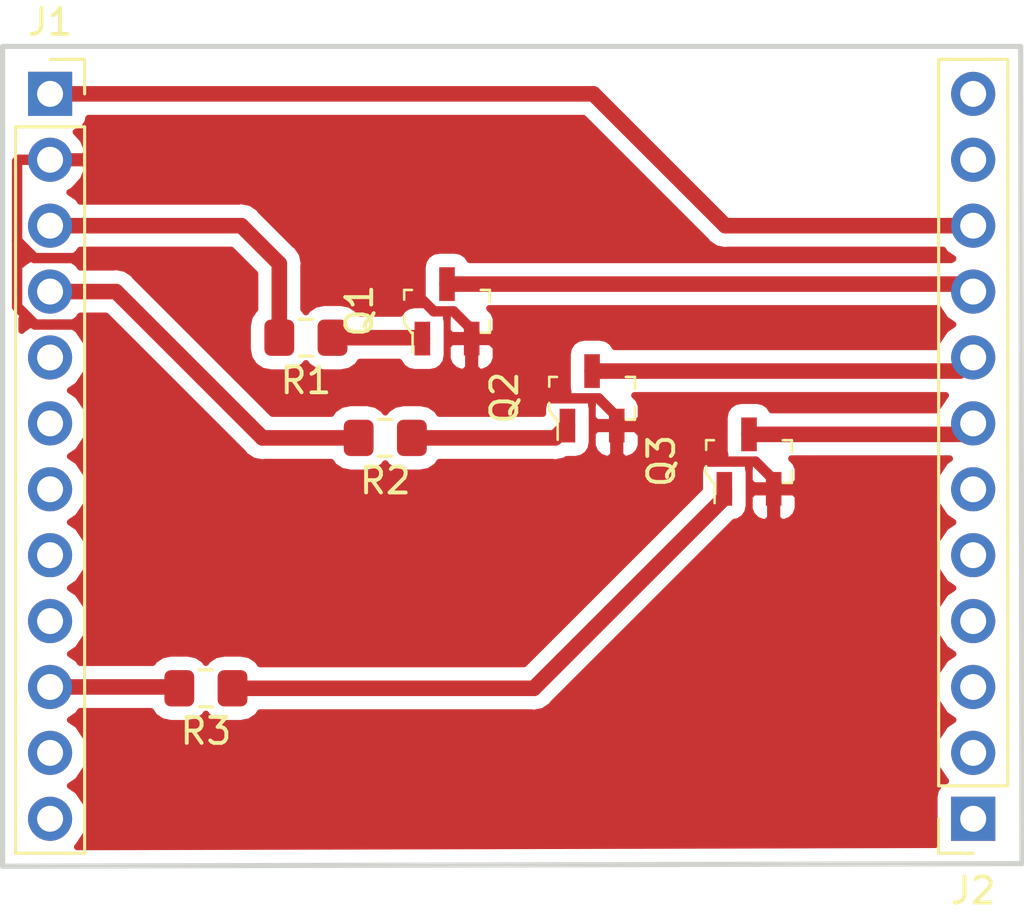
<source format=kicad_pcb>
(kicad_pcb (version 20171130) (host pcbnew "(5.0.2)-1")

  (general
    (thickness 1.6)
    (drawings 5)
    (tracks 47)
    (zones 0)
    (modules 8)
    (nets 27)
  )

  (page A4)
  (layers
    (0 F.Cu signal)
    (31 B.Cu signal)
    (32 B.Adhes user)
    (33 F.Adhes user)
    (34 B.Paste user)
    (35 F.Paste user)
    (36 B.SilkS user)
    (37 F.SilkS user)
    (38 B.Mask user)
    (39 F.Mask user)
    (40 Dwgs.User user)
    (41 Cmts.User user)
    (42 Eco1.User user)
    (43 Eco2.User user)
    (44 Edge.Cuts user)
    (45 Margin user)
    (46 B.CrtYd user)
    (47 F.CrtYd user)
    (48 B.Fab user hide)
    (49 F.Fab user hide)
  )

  (setup
    (last_trace_width 0.6)
    (trace_clearance 0.2)
    (zone_clearance 0.508)
    (zone_45_only no)
    (trace_min 0.2)
    (segment_width 0.2)
    (edge_width 0.15)
    (via_size 0.8)
    (via_drill 0.4)
    (via_min_size 0.4)
    (via_min_drill 0.3)
    (uvia_size 0.3)
    (uvia_drill 0.1)
    (uvias_allowed no)
    (uvia_min_size 0.2)
    (uvia_min_drill 0.1)
    (pcb_text_width 0.3)
    (pcb_text_size 1.5 1.5)
    (mod_edge_width 0.15)
    (mod_text_size 1 1)
    (mod_text_width 0.15)
    (pad_size 1.524 1.524)
    (pad_drill 0.762)
    (pad_to_mask_clearance 0.051)
    (solder_mask_min_width 0.25)
    (aux_axis_origin 127.8636 80.5688)
    (visible_elements FFFFFF7F)
    (pcbplotparams
      (layerselection 0x010fc_ffffffff)
      (usegerberextensions false)
      (usegerberattributes false)
      (usegerberadvancedattributes false)
      (creategerberjobfile false)
      (excludeedgelayer true)
      (linewidth 0.100000)
      (plotframeref false)
      (viasonmask false)
      (mode 1)
      (useauxorigin false)
      (hpglpennumber 1)
      (hpglpenspeed 20)
      (hpglpendiameter 15.000000)
      (psnegative false)
      (psa4output false)
      (plotreference true)
      (plotvalue true)
      (plotinvisibletext false)
      (padsonsilk false)
      (subtractmaskfromsilk false)
      (outputformat 1)
      (mirror false)
      (drillshape 1)
      (scaleselection 1)
      (outputdirectory ""))
  )

  (net 0 "")
  (net 1 "Net-(J2-Pad9)")
  (net 2 GND)
  (net 3 "Net-(Q1-Pad1)")
  (net 4 "Net-(Q2-Pad1)")
  (net 5 "Net-(J2-Pad8)")
  (net 6 "Net-(J2-Pad7)")
  (net 7 "Net-(Q3-Pad1)")
  (net 8 step)
  (net 9 DIR)
  (net 10 ENA)
  (net 11 VCC)
  (net 12 "Net-(J1-Pad5)")
  (net 13 "Net-(J1-Pad6)")
  (net 14 "Net-(J1-Pad7)")
  (net 15 "Net-(J1-Pad8)")
  (net 16 "Net-(J1-Pad9)")
  (net 17 "Net-(J1-Pad11)")
  (net 18 "Net-(J1-Pad12)")
  (net 19 "Net-(J2-Pad12)")
  (net 20 "Net-(J2-Pad11)")
  (net 21 "Net-(J2-Pad6)")
  (net 22 "Net-(J2-Pad5)")
  (net 23 "Net-(J2-Pad4)")
  (net 24 "Net-(J2-Pad3)")
  (net 25 "Net-(J2-Pad2)")
  (net 26 "Net-(J2-Pad1)")

  (net_class Default "This is the default net class."
    (clearance 0.2)
    (trace_width 0.6)
    (via_dia 0.8)
    (via_drill 0.4)
    (uvia_dia 0.3)
    (uvia_drill 0.1)
    (add_net DIR)
    (add_net ENA)
    (add_net GND)
    (add_net "Net-(J1-Pad11)")
    (add_net "Net-(J1-Pad12)")
    (add_net "Net-(J1-Pad5)")
    (add_net "Net-(J1-Pad6)")
    (add_net "Net-(J1-Pad7)")
    (add_net "Net-(J1-Pad8)")
    (add_net "Net-(J1-Pad9)")
    (add_net "Net-(J2-Pad1)")
    (add_net "Net-(J2-Pad11)")
    (add_net "Net-(J2-Pad12)")
    (add_net "Net-(J2-Pad2)")
    (add_net "Net-(J2-Pad3)")
    (add_net "Net-(J2-Pad4)")
    (add_net "Net-(J2-Pad5)")
    (add_net "Net-(J2-Pad6)")
    (add_net "Net-(J2-Pad7)")
    (add_net "Net-(J2-Pad8)")
    (add_net "Net-(J2-Pad9)")
    (add_net "Net-(Q1-Pad1)")
    (add_net "Net-(Q2-Pad1)")
    (add_net "Net-(Q3-Pad1)")
    (add_net VCC)
    (add_net step)
  )

  (module Connector_PinSocket_2.54mm:PinSocket_1x12_P2.54mm_Vertical (layer F.Cu) (tedit 5A19A41D) (tstamp 5C716FA2)
    (at 165.3032 78.6892 180)
    (descr "Through hole straight socket strip, 1x12, 2.54mm pitch, single row (from Kicad 4.0.7), script generated")
    (tags "Through hole socket strip THT 1x12 2.54mm single row")
    (path /5C6462EF)
    (fp_text reference J2 (at 0 -2.77 180) (layer F.SilkS)
      (effects (font (size 1 1) (thickness 0.15)))
    )
    (fp_text value PiggybackOUT (at 0 30.71 180) (layer F.Fab)
      (effects (font (size 1 1) (thickness 0.15)))
    )
    (fp_text user %R (at 0 13.97 270) (layer F.Fab)
      (effects (font (size 1 1) (thickness 0.15)))
    )
    (fp_line (start -1.8 29.7) (end -1.8 -1.8) (layer F.CrtYd) (width 0.05))
    (fp_line (start 1.75 29.7) (end -1.8 29.7) (layer F.CrtYd) (width 0.05))
    (fp_line (start 1.75 -1.8) (end 1.75 29.7) (layer F.CrtYd) (width 0.05))
    (fp_line (start -1.8 -1.8) (end 1.75 -1.8) (layer F.CrtYd) (width 0.05))
    (fp_line (start 0 -1.33) (end 1.33 -1.33) (layer F.SilkS) (width 0.12))
    (fp_line (start 1.33 -1.33) (end 1.33 0) (layer F.SilkS) (width 0.12))
    (fp_line (start 1.33 1.27) (end 1.33 29.27) (layer F.SilkS) (width 0.12))
    (fp_line (start -1.33 29.27) (end 1.33 29.27) (layer F.SilkS) (width 0.12))
    (fp_line (start -1.33 1.27) (end -1.33 29.27) (layer F.SilkS) (width 0.12))
    (fp_line (start -1.33 1.27) (end 1.33 1.27) (layer F.SilkS) (width 0.12))
    (fp_line (start -1.27 29.21) (end -1.27 -1.27) (layer F.Fab) (width 0.1))
    (fp_line (start 1.27 29.21) (end -1.27 29.21) (layer F.Fab) (width 0.1))
    (fp_line (start 1.27 -0.635) (end 1.27 29.21) (layer F.Fab) (width 0.1))
    (fp_line (start 0.635 -1.27) (end 1.27 -0.635) (layer F.Fab) (width 0.1))
    (fp_line (start -1.27 -1.27) (end 0.635 -1.27) (layer F.Fab) (width 0.1))
    (pad 12 thru_hole oval (at 0 27.94 180) (size 1.7 1.7) (drill 1) (layers *.Cu *.Mask)
      (net 19 "Net-(J2-Pad12)"))
    (pad 11 thru_hole oval (at 0 25.4 180) (size 1.7 1.7) (drill 1) (layers *.Cu *.Mask)
      (net 20 "Net-(J2-Pad11)"))
    (pad 10 thru_hole oval (at 0 22.86 180) (size 1.7 1.7) (drill 1) (layers *.Cu *.Mask)
      (net 11 VCC))
    (pad 9 thru_hole oval (at 0 20.32 180) (size 1.7 1.7) (drill 1) (layers *.Cu *.Mask)
      (net 1 "Net-(J2-Pad9)"))
    (pad 8 thru_hole oval (at 0 17.78 180) (size 1.7 1.7) (drill 1) (layers *.Cu *.Mask)
      (net 5 "Net-(J2-Pad8)"))
    (pad 7 thru_hole oval (at 0 15.24 180) (size 1.7 1.7) (drill 1) (layers *.Cu *.Mask)
      (net 6 "Net-(J2-Pad7)"))
    (pad 6 thru_hole oval (at 0 12.7 180) (size 1.7 1.7) (drill 1) (layers *.Cu *.Mask)
      (net 21 "Net-(J2-Pad6)"))
    (pad 5 thru_hole oval (at 0 10.16 180) (size 1.7 1.7) (drill 1) (layers *.Cu *.Mask)
      (net 22 "Net-(J2-Pad5)"))
    (pad 4 thru_hole oval (at 0 7.62 180) (size 1.7 1.7) (drill 1) (layers *.Cu *.Mask)
      (net 23 "Net-(J2-Pad4)"))
    (pad 3 thru_hole oval (at 0 5.08 180) (size 1.7 1.7) (drill 1) (layers *.Cu *.Mask)
      (net 24 "Net-(J2-Pad3)"))
    (pad 2 thru_hole oval (at 0 2.54 180) (size 1.7 1.7) (drill 1) (layers *.Cu *.Mask)
      (net 25 "Net-(J2-Pad2)"))
    (pad 1 thru_hole rect (at 0 0 180) (size 1.7 1.7) (drill 1) (layers *.Cu *.Mask)
      (net 26 "Net-(J2-Pad1)"))
    (model ${KISYS3DMOD}/Connector_PinSocket_2.54mm.3dshapes/PinSocket_1x12_P2.54mm_Vertical.wrl
      (at (xyz 0 0 0))
      (scale (xyz 1 1 1))
      (rotate (xyz 0 0 0))
    )
  )

  (module Connector_PinSocket_2.54mm:PinSocket_1x12_P2.54mm_Vertical locked (layer F.Cu) (tedit 5A19A41D) (tstamp 5C716F82)
    (at 129.7432 50.7492)
    (descr "Through hole straight socket strip, 1x12, 2.54mm pitch, single row (from Kicad 4.0.7), script generated")
    (tags "Through hole socket strip THT 1x12 2.54mm single row")
    (path /5C64628F)
    (fp_text reference J1 (at 0 -2.77) (layer F.SilkS)
      (effects (font (size 1 1) (thickness 0.15)))
    )
    (fp_text value PiggybackIN (at 0 30.71) (layer F.Fab)
      (effects (font (size 1 1) (thickness 0.15)))
    )
    (fp_line (start -1.27 -1.27) (end 0.635 -1.27) (layer F.Fab) (width 0.1))
    (fp_line (start 0.635 -1.27) (end 1.27 -0.635) (layer F.Fab) (width 0.1))
    (fp_line (start 1.27 -0.635) (end 1.27 29.21) (layer F.Fab) (width 0.1))
    (fp_line (start 1.27 29.21) (end -1.27 29.21) (layer F.Fab) (width 0.1))
    (fp_line (start -1.27 29.21) (end -1.27 -1.27) (layer F.Fab) (width 0.1))
    (fp_line (start -1.33 1.27) (end 1.33 1.27) (layer F.SilkS) (width 0.12))
    (fp_line (start -1.33 1.27) (end -1.33 29.27) (layer F.SilkS) (width 0.12))
    (fp_line (start -1.33 29.27) (end 1.33 29.27) (layer F.SilkS) (width 0.12))
    (fp_line (start 1.33 1.27) (end 1.33 29.27) (layer F.SilkS) (width 0.12))
    (fp_line (start 1.33 -1.33) (end 1.33 0) (layer F.SilkS) (width 0.12))
    (fp_line (start 0 -1.33) (end 1.33 -1.33) (layer F.SilkS) (width 0.12))
    (fp_line (start -1.8 -1.8) (end 1.75 -1.8) (layer F.CrtYd) (width 0.05))
    (fp_line (start 1.75 -1.8) (end 1.75 29.7) (layer F.CrtYd) (width 0.05))
    (fp_line (start 1.75 29.7) (end -1.8 29.7) (layer F.CrtYd) (width 0.05))
    (fp_line (start -1.8 29.7) (end -1.8 -1.8) (layer F.CrtYd) (width 0.05))
    (fp_text user %R (at 0 13.97 90) (layer F.Fab)
      (effects (font (size 1 1) (thickness 0.15)))
    )
    (pad 1 thru_hole rect (at 0 0) (size 1.7 1.7) (drill 1) (layers *.Cu *.Mask)
      (net 11 VCC))
    (pad 2 thru_hole oval (at 0 2.54) (size 1.7 1.7) (drill 1) (layers *.Cu *.Mask)
      (net 2 GND))
    (pad 3 thru_hole oval (at 0 5.08) (size 1.7 1.7) (drill 1) (layers *.Cu *.Mask)
      (net 8 step))
    (pad 4 thru_hole oval (at 0 7.62) (size 1.7 1.7) (drill 1) (layers *.Cu *.Mask)
      (net 9 DIR))
    (pad 5 thru_hole oval (at 0 10.16) (size 1.7 1.7) (drill 1) (layers *.Cu *.Mask)
      (net 12 "Net-(J1-Pad5)"))
    (pad 6 thru_hole oval (at 0 12.7) (size 1.7 1.7) (drill 1) (layers *.Cu *.Mask)
      (net 13 "Net-(J1-Pad6)"))
    (pad 7 thru_hole oval (at 0 15.24) (size 1.7 1.7) (drill 1) (layers *.Cu *.Mask)
      (net 14 "Net-(J1-Pad7)"))
    (pad 8 thru_hole oval (at 0 17.78) (size 1.7 1.7) (drill 1) (layers *.Cu *.Mask)
      (net 15 "Net-(J1-Pad8)"))
    (pad 9 thru_hole oval (at 0 20.32) (size 1.7 1.7) (drill 1) (layers *.Cu *.Mask)
      (net 16 "Net-(J1-Pad9)"))
    (pad 10 thru_hole oval (at 0 22.86) (size 1.7 1.7) (drill 1) (layers *.Cu *.Mask)
      (net 10 ENA))
    (pad 11 thru_hole oval (at 0 25.4) (size 1.7 1.7) (drill 1) (layers *.Cu *.Mask)
      (net 17 "Net-(J1-Pad11)"))
    (pad 12 thru_hole oval (at 0 27.94) (size 1.7 1.7) (drill 1) (layers *.Cu *.Mask)
      (net 18 "Net-(J1-Pad12)"))
    (model ${KISYS3DMOD}/Connector_PinSocket_2.54mm.3dshapes/PinSocket_1x12_P2.54mm_Vertical.wrl
      (at (xyz 0 0 0))
      (scale (xyz 1 1 1))
      (rotate (xyz 0 0 0))
    )
  )

  (module Resistor_SMD:R_0805_2012Metric_Pad1.15x1.40mm_HandSolder (layer F.Cu) (tedit 5B36C52B) (tstamp 5C716F62)
    (at 135.7466 73.66 180)
    (descr "Resistor SMD 0805 (2012 Metric), square (rectangular) end terminal, IPC_7351 nominal with elongated pad for handsoldering. (Body size source: https://docs.google.com/spreadsheets/d/1BsfQQcO9C6DZCsRaXUlFlo91Tg2WpOkGARC1WS5S8t0/edit?usp=sharing), generated with kicad-footprint-generator")
    (tags "resistor handsolder")
    (path /5C646EAF)
    (attr smd)
    (fp_text reference R3 (at 0 -1.65 180) (layer F.SilkS)
      (effects (font (size 1 1) (thickness 0.15)))
    )
    (fp_text value R (at 0 1.65 180) (layer F.Fab)
      (effects (font (size 1 1) (thickness 0.15)))
    )
    (fp_line (start -1 0.6) (end -1 -0.6) (layer F.Fab) (width 0.1))
    (fp_line (start -1 -0.6) (end 1 -0.6) (layer F.Fab) (width 0.1))
    (fp_line (start 1 -0.6) (end 1 0.6) (layer F.Fab) (width 0.1))
    (fp_line (start 1 0.6) (end -1 0.6) (layer F.Fab) (width 0.1))
    (fp_line (start -0.261252 -0.71) (end 0.261252 -0.71) (layer F.SilkS) (width 0.12))
    (fp_line (start -0.261252 0.71) (end 0.261252 0.71) (layer F.SilkS) (width 0.12))
    (fp_line (start -1.85 0.95) (end -1.85 -0.95) (layer F.CrtYd) (width 0.05))
    (fp_line (start -1.85 -0.95) (end 1.85 -0.95) (layer F.CrtYd) (width 0.05))
    (fp_line (start 1.85 -0.95) (end 1.85 0.95) (layer F.CrtYd) (width 0.05))
    (fp_line (start 1.85 0.95) (end -1.85 0.95) (layer F.CrtYd) (width 0.05))
    (fp_text user %R (at 0 0 180) (layer F.Fab)
      (effects (font (size 0.5 0.5) (thickness 0.08)))
    )
    (pad 1 smd roundrect (at -1.025 0 180) (size 1.15 1.4) (layers F.Cu F.Paste F.Mask) (roundrect_rratio 0.217391)
      (net 7 "Net-(Q3-Pad1)"))
    (pad 2 smd roundrect (at 1.025 0 180) (size 1.15 1.4) (layers F.Cu F.Paste F.Mask) (roundrect_rratio 0.217391)
      (net 10 ENA))
    (model ${KISYS3DMOD}/Resistor_SMD.3dshapes/R_0805_2012Metric.wrl
      (at (xyz 0 0 0))
      (scale (xyz 1 1 1))
      (rotate (xyz 0 0 0))
    )
  )

  (module Resistor_SMD:R_0805_2012Metric_Pad1.15x1.40mm_HandSolder (layer F.Cu) (tedit 5B36C52B) (tstamp 5C716F51)
    (at 142.6554 64.008 180)
    (descr "Resistor SMD 0805 (2012 Metric), square (rectangular) end terminal, IPC_7351 nominal with elongated pad for handsoldering. (Body size source: https://docs.google.com/spreadsheets/d/1BsfQQcO9C6DZCsRaXUlFlo91Tg2WpOkGARC1WS5S8t0/edit?usp=sharing), generated with kicad-footprint-generator")
    (tags "resistor handsolder")
    (path /5C647136)
    (attr smd)
    (fp_text reference R2 (at 0 -1.65 180) (layer F.SilkS)
      (effects (font (size 1 1) (thickness 0.15)))
    )
    (fp_text value R (at 0 1.65 180) (layer F.Fab)
      (effects (font (size 1 1) (thickness 0.15)))
    )
    (fp_text user %R (at 0 -0.060601 180) (layer F.Fab)
      (effects (font (size 0.5 0.5) (thickness 0.08)))
    )
    (fp_line (start 1.85 0.95) (end -1.85 0.95) (layer F.CrtYd) (width 0.05))
    (fp_line (start 1.85 -0.95) (end 1.85 0.95) (layer F.CrtYd) (width 0.05))
    (fp_line (start -1.85 -0.95) (end 1.85 -0.95) (layer F.CrtYd) (width 0.05))
    (fp_line (start -1.85 0.95) (end -1.85 -0.95) (layer F.CrtYd) (width 0.05))
    (fp_line (start -0.261252 0.71) (end 0.261252 0.71) (layer F.SilkS) (width 0.12))
    (fp_line (start -0.261252 -0.71) (end 0.261252 -0.71) (layer F.SilkS) (width 0.12))
    (fp_line (start 1 0.6) (end -1 0.6) (layer F.Fab) (width 0.1))
    (fp_line (start 1 -0.6) (end 1 0.6) (layer F.Fab) (width 0.1))
    (fp_line (start -1 -0.6) (end 1 -0.6) (layer F.Fab) (width 0.1))
    (fp_line (start -1 0.6) (end -1 -0.6) (layer F.Fab) (width 0.1))
    (pad 2 smd roundrect (at 1.025 0 180) (size 1.15 1.4) (layers F.Cu F.Paste F.Mask) (roundrect_rratio 0.217391)
      (net 9 DIR))
    (pad 1 smd roundrect (at -1.025 0 180) (size 1.15 1.4) (layers F.Cu F.Paste F.Mask) (roundrect_rratio 0.217391)
      (net 4 "Net-(Q2-Pad1)"))
    (model ${KISYS3DMOD}/Resistor_SMD.3dshapes/R_0805_2012Metric.wrl
      (at (xyz 0 0 0))
      (scale (xyz 1 1 1))
      (rotate (xyz 0 0 0))
    )
  )

  (module Resistor_SMD:R_0805_2012Metric_Pad1.15x1.40mm_HandSolder (layer F.Cu) (tedit 5B36C52B) (tstamp 5C716F40)
    (at 139.5984 60.1472 180)
    (descr "Resistor SMD 0805 (2012 Metric), square (rectangular) end terminal, IPC_7351 nominal with elongated pad for handsoldering. (Body size source: https://docs.google.com/spreadsheets/d/1BsfQQcO9C6DZCsRaXUlFlo91Tg2WpOkGARC1WS5S8t0/edit?usp=sharing), generated with kicad-footprint-generator")
    (tags "resistor handsolder")
    (path /5C6471C2)
    (attr smd)
    (fp_text reference R1 (at 0 -1.65 180) (layer F.SilkS)
      (effects (font (size 1 1) (thickness 0.15)))
    )
    (fp_text value R (at 0 1.65 180) (layer F.Fab)
      (effects (font (size 1 1) (thickness 0.15)))
    )
    (fp_line (start -1 0.6) (end -1 -0.6) (layer F.Fab) (width 0.1))
    (fp_line (start -1 -0.6) (end 1 -0.6) (layer F.Fab) (width 0.1))
    (fp_line (start 1 -0.6) (end 1 0.6) (layer F.Fab) (width 0.1))
    (fp_line (start 1 0.6) (end -1 0.6) (layer F.Fab) (width 0.1))
    (fp_line (start -0.261252 -0.71) (end 0.261252 -0.71) (layer F.SilkS) (width 0.12))
    (fp_line (start -0.261252 0.71) (end 0.261252 0.71) (layer F.SilkS) (width 0.12))
    (fp_line (start -1.85 0.95) (end -1.85 -0.95) (layer F.CrtYd) (width 0.05))
    (fp_line (start -1.85 -0.95) (end 1.85 -0.95) (layer F.CrtYd) (width 0.05))
    (fp_line (start 1.85 -0.95) (end 1.85 0.95) (layer F.CrtYd) (width 0.05))
    (fp_line (start 1.85 0.95) (end -1.85 0.95) (layer F.CrtYd) (width 0.05))
    (fp_text user %R (at -6.001801 -1.737001 180) (layer F.Fab)
      (effects (font (size 0.5 0.5) (thickness 0.08)))
    )
    (pad 1 smd roundrect (at -1.025 0 180) (size 1.15 1.4) (layers F.Cu F.Paste F.Mask) (roundrect_rratio 0.217391)
      (net 3 "Net-(Q1-Pad1)"))
    (pad 2 smd roundrect (at 1.025 0 180) (size 1.15 1.4) (layers F.Cu F.Paste F.Mask) (roundrect_rratio 0.217391)
      (net 8 step))
    (model ${KISYS3DMOD}/Resistor_SMD.3dshapes/R_0805_2012Metric.wrl
      (at (xyz 0 0 0))
      (scale (xyz 1 1 1))
      (rotate (xyz 0 0 0))
    )
  )

  (module digikey-footprints:SOT-23-3 (layer F.Cu) (tedit 59D275F3) (tstamp 5C716F2F)
    (at 156.6672 64.9224 90)
    (path /5C646072)
    (fp_text reference Q3 (at 0.025 -3.375 90) (layer F.SilkS)
      (effects (font (size 1 1) (thickness 0.15)))
    )
    (fp_text value BSS138 (at 0.025 3.25 90) (layer F.Fab)
      (effects (font (size 1 1) (thickness 0.15)))
    )
    (fp_line (start -1.825 -1.95) (end 1.825 -1.95) (layer F.CrtYd) (width 0.05))
    (fp_line (start -1.825 -1.95) (end -1.825 1.95) (layer F.CrtYd) (width 0.05))
    (fp_line (start 1.825 1.95) (end -1.825 1.95) (layer F.CrtYd) (width 0.05))
    (fp_line (start 1.825 -1.95) (end 1.825 1.95) (layer F.CrtYd) (width 0.05))
    (fp_line (start -0.175 -1.65) (end -0.45 -1.65) (layer F.SilkS) (width 0.1))
    (fp_line (start -0.45 -1.65) (end -0.825 -1.375) (layer F.SilkS) (width 0.1))
    (fp_line (start -0.825 -1.375) (end -0.825 -1.325) (layer F.SilkS) (width 0.1))
    (fp_line (start -0.825 -1.325) (end -1.6 -1.325) (layer F.SilkS) (width 0.1))
    (fp_line (start -0.7 -1.325) (end -0.7 1.525) (layer F.Fab) (width 0.1))
    (fp_line (start -0.425 -1.525) (end 0.7 -1.525) (layer F.Fab) (width 0.1))
    (fp_line (start -0.425 -1.525) (end -0.7 -1.325) (layer F.Fab) (width 0.1))
    (fp_line (start -0.35 1.65) (end -0.825 1.65) (layer F.SilkS) (width 0.1))
    (fp_line (start -0.825 1.65) (end -0.825 1.3) (layer F.SilkS) (width 0.1))
    (fp_line (start 0.825 1.425) (end 0.825 1.3) (layer F.SilkS) (width 0.1))
    (fp_line (start 0.825 1.35) (end 0.825 1.65) (layer F.SilkS) (width 0.1))
    (fp_line (start 0.825 1.65) (end 0.375 1.65) (layer F.SilkS) (width 0.1))
    (fp_line (start 0.45 -1.65) (end 0.825 -1.65) (layer F.SilkS) (width 0.1))
    (fp_line (start 0.825 -1.65) (end 0.825 -1.35) (layer F.SilkS) (width 0.1))
    (fp_text user %R (at -0.125 0.15 90) (layer F.Fab)
      (effects (font (size 0.25 0.25) (thickness 0.05)))
    )
    (fp_line (start -0.7 1.52) (end 0.7 1.52) (layer F.Fab) (width 0.1))
    (fp_line (start 0.7 1.52) (end 0.7 -1.52) (layer F.Fab) (width 0.1))
    (pad 3 smd rect (at 1.05 0 90) (size 1.3 0.6) (layers F.Cu F.Paste F.Mask)
      (net 6 "Net-(J2-Pad7)") (solder_mask_margin 0.07))
    (pad 2 smd rect (at -1.05 0.95 90) (size 1.3 0.6) (layers F.Cu F.Paste F.Mask)
      (net 2 GND) (solder_mask_margin 0.07))
    (pad 1 smd rect (at -1.05 -0.95 90) (size 1.3 0.6) (layers F.Cu F.Paste F.Mask)
      (net 7 "Net-(Q3-Pad1)") (solder_mask_margin 0.07))
  )

  (module digikey-footprints:SOT-23-3 (layer F.Cu) (tedit 59D275F3) (tstamp 5C716F13)
    (at 150.622 62.484 90)
    (path /5C64712F)
    (fp_text reference Q2 (at 0.025 -3.375 90) (layer F.SilkS)
      (effects (font (size 1 1) (thickness 0.15)))
    )
    (fp_text value BSS138 (at 0.025 3.25 90) (layer F.Fab)
      (effects (font (size 1 1) (thickness 0.15)))
    )
    (fp_line (start 0.7 1.52) (end 0.7 -1.52) (layer F.Fab) (width 0.1))
    (fp_line (start -0.7 1.52) (end 0.7 1.52) (layer F.Fab) (width 0.1))
    (fp_text user %R (at -0.125 0.15 90) (layer F.Fab)
      (effects (font (size 0.25 0.25) (thickness 0.05)))
    )
    (fp_line (start 0.825 -1.65) (end 0.825 -1.35) (layer F.SilkS) (width 0.1))
    (fp_line (start 0.45 -1.65) (end 0.825 -1.65) (layer F.SilkS) (width 0.1))
    (fp_line (start 0.825 1.65) (end 0.375 1.65) (layer F.SilkS) (width 0.1))
    (fp_line (start 0.825 1.35) (end 0.825 1.65) (layer F.SilkS) (width 0.1))
    (fp_line (start 0.825 1.425) (end 0.825 1.3) (layer F.SilkS) (width 0.1))
    (fp_line (start -0.825 1.65) (end -0.825 1.3) (layer F.SilkS) (width 0.1))
    (fp_line (start -0.35 1.65) (end -0.825 1.65) (layer F.SilkS) (width 0.1))
    (fp_line (start -0.425 -1.525) (end -0.7 -1.325) (layer F.Fab) (width 0.1))
    (fp_line (start -0.425 -1.525) (end 0.7 -1.525) (layer F.Fab) (width 0.1))
    (fp_line (start -0.7 -1.325) (end -0.7 1.525) (layer F.Fab) (width 0.1))
    (fp_line (start -0.825 -1.325) (end -1.6 -1.325) (layer F.SilkS) (width 0.1))
    (fp_line (start -0.825 -1.375) (end -0.825 -1.325) (layer F.SilkS) (width 0.1))
    (fp_line (start -0.45 -1.65) (end -0.825 -1.375) (layer F.SilkS) (width 0.1))
    (fp_line (start -0.175 -1.65) (end -0.45 -1.65) (layer F.SilkS) (width 0.1))
    (fp_line (start 1.825 -1.95) (end 1.825 1.95) (layer F.CrtYd) (width 0.05))
    (fp_line (start 1.825 1.95) (end -1.825 1.95) (layer F.CrtYd) (width 0.05))
    (fp_line (start -1.825 -1.95) (end -1.825 1.95) (layer F.CrtYd) (width 0.05))
    (fp_line (start -1.825 -1.95) (end 1.825 -1.95) (layer F.CrtYd) (width 0.05))
    (pad 1 smd rect (at -1.05 -0.95 90) (size 1.3 0.6) (layers F.Cu F.Paste F.Mask)
      (net 4 "Net-(Q2-Pad1)") (solder_mask_margin 0.07))
    (pad 2 smd rect (at -1.05 0.95 90) (size 1.3 0.6) (layers F.Cu F.Paste F.Mask)
      (net 2 GND) (solder_mask_margin 0.07))
    (pad 3 smd rect (at 1.05 0 90) (size 1.3 0.6) (layers F.Cu F.Paste F.Mask)
      (net 5 "Net-(J2-Pad8)") (solder_mask_margin 0.07))
  )

  (module digikey-footprints:SOT-23-3 (layer F.Cu) (tedit 59D275F3) (tstamp 5C716EF7)
    (at 145.034 59.1312 90)
    (path /5C6471BB)
    (fp_text reference Q1 (at 0.025 -3.375 90) (layer F.SilkS)
      (effects (font (size 1 1) (thickness 0.15)))
    )
    (fp_text value BSS138 (at 0.025 3.25 90) (layer F.Fab)
      (effects (font (size 1 1) (thickness 0.15)))
    )
    (fp_line (start -1.825 -1.95) (end 1.825 -1.95) (layer F.CrtYd) (width 0.05))
    (fp_line (start -1.825 -1.95) (end -1.825 1.95) (layer F.CrtYd) (width 0.05))
    (fp_line (start 1.825 1.95) (end -1.825 1.95) (layer F.CrtYd) (width 0.05))
    (fp_line (start 1.825 -1.95) (end 1.825 1.95) (layer F.CrtYd) (width 0.05))
    (fp_line (start -0.175 -1.65) (end -0.45 -1.65) (layer F.SilkS) (width 0.1))
    (fp_line (start -0.45 -1.65) (end -0.825 -1.375) (layer F.SilkS) (width 0.1))
    (fp_line (start -0.825 -1.375) (end -0.825 -1.325) (layer F.SilkS) (width 0.1))
    (fp_line (start -0.825 -1.325) (end -1.6 -1.325) (layer F.SilkS) (width 0.1))
    (fp_line (start -0.7 -1.325) (end -0.7 1.525) (layer F.Fab) (width 0.1))
    (fp_line (start -0.425 -1.525) (end 0.7 -1.525) (layer F.Fab) (width 0.1))
    (fp_line (start -0.425 -1.525) (end -0.7 -1.325) (layer F.Fab) (width 0.1))
    (fp_line (start -0.35 1.65) (end -0.825 1.65) (layer F.SilkS) (width 0.1))
    (fp_line (start -0.825 1.65) (end -0.825 1.3) (layer F.SilkS) (width 0.1))
    (fp_line (start 0.825 1.425) (end 0.825 1.3) (layer F.SilkS) (width 0.1))
    (fp_line (start 0.825 1.35) (end 0.825 1.65) (layer F.SilkS) (width 0.1))
    (fp_line (start 0.825 1.65) (end 0.375 1.65) (layer F.SilkS) (width 0.1))
    (fp_line (start 0.45 -1.65) (end 0.825 -1.65) (layer F.SilkS) (width 0.1))
    (fp_line (start 0.825 -1.65) (end 0.825 -1.35) (layer F.SilkS) (width 0.1))
    (fp_text user %R (at -0.125 0.15 90) (layer F.Fab)
      (effects (font (size 0.25 0.25) (thickness 0.05)))
    )
    (fp_line (start -0.7 1.52) (end 0.7 1.52) (layer F.Fab) (width 0.1))
    (fp_line (start 0.7 1.52) (end 0.7 -1.52) (layer F.Fab) (width 0.1))
    (pad 3 smd rect (at 1.05 0 90) (size 1.3 0.6) (layers F.Cu F.Paste F.Mask)
      (net 1 "Net-(J2-Pad9)") (solder_mask_margin 0.07))
    (pad 2 smd rect (at -1.05 0.95 90) (size 1.3 0.6) (layers F.Cu F.Paste F.Mask)
      (net 2 GND) (solder_mask_margin 0.07))
    (pad 1 smd rect (at -1.05 -0.95 90) (size 1.3 0.6) (layers F.Cu F.Paste F.Mask)
      (net 3 "Net-(Q1-Pad1)") (solder_mask_margin 0.07))
  )

  (gr_line (start 127.9652 48.9204) (end 127.9144 48.9712) (layer Edge.Cuts) (width 0.2) (tstamp 5C7177F1))
  (gr_line (start 127.9144 80.518) (end 127.9144 48.9712) (layer Edge.Cuts) (width 0.2))
  (gr_line (start 167.1828 80.4164) (end 127.9144 80.518) (layer Edge.Cuts) (width 0.2))
  (gr_line (start 167.132 48.9204) (end 167.1828 80.4164) (layer Edge.Cuts) (width 0.2))
  (gr_line (start 127.9144 48.9204) (end 167.132 48.9204) (layer Edge.Cuts) (width 0.2))

  (segment (start 165.0152 58.0812) (end 165.3032 58.3692) (width 0.6) (layer F.Cu) (net 1))
  (segment (start 145.034 58.0812) (end 165.0152 58.0812) (width 0.6) (layer F.Cu) (net 1))
  (segment (start 152.272 63.534) (end 151.572 63.534) (width 0.4) (layer F.Cu) (net 2))
  (segment (start 153.6604 64.9224) (end 152.272 63.534) (width 0.4) (layer F.Cu) (net 2))
  (segment (start 156.9172 64.9224) (end 153.6604 64.9224) (width 0.4) (layer F.Cu) (net 2))
  (segment (start 157.6172 65.6224) (end 156.9172 64.9224) (width 0.4) (layer F.Cu) (net 2))
  (segment (start 157.6172 65.9724) (end 157.6172 65.6224) (width 0.4) (layer F.Cu) (net 2))
  (segment (start 146.684 60.1812) (end 145.984 60.1812) (width 0.4) (layer F.Cu) (net 2))
  (segment (start 148.9868 62.484) (end 146.684 60.1812) (width 0.4) (layer F.Cu) (net 2))
  (segment (start 150.872 62.484) (end 148.9868 62.484) (width 0.4) (layer F.Cu) (net 2))
  (segment (start 151.572 63.184) (end 150.872 62.484) (width 0.4) (layer F.Cu) (net 2))
  (segment (start 151.572 63.534) (end 151.572 63.184) (width 0.4) (layer F.Cu) (net 2))
  (segment (start 145.284 59.1312) (end 144.526 59.1312) (width 0.4) (layer F.Cu) (net 2))
  (segment (start 145.984 60.1812) (end 145.984 59.8312) (width 0.4) (layer F.Cu) (net 2))
  (segment (start 145.984 59.8312) (end 145.284 59.1312) (width 0.4) (layer F.Cu) (net 2))
  (segment (start 138.684 53.2892) (end 129.7432 53.2892) (width 0.4) (layer F.Cu) (net 2))
  (segment (start 144.526 59.1312) (end 138.684 53.2892) (width 0.4) (layer F.Cu) (net 2))
  (segment (start 128.541119 53.2892) (end 128.4732 53.357119) (width 0.4) (layer F.Cu) (net 2))
  (segment (start 129.7432 53.2892) (end 128.541119 53.2892) (width 0.4) (layer F.Cu) (net 2))
  (segment (start 129.143199 57.079201) (end 131.744399 57.079201) (width 0.4) (layer F.Cu) (net 2))
  (segment (start 128.4732 53.357119) (end 128.4732 56.409202) (width 0.4) (layer F.Cu) (net 2))
  (segment (start 128.4732 56.409202) (end 129.143199 57.079201) (width 0.4) (layer F.Cu) (net 2))
  (segment (start 128.4732 58.949202) (end 129.163198 59.6392) (width 0.4) (layer F.Cu) (net 2))
  (segment (start 128.4732 56.409202) (end 128.4732 58.949202) (width 0.4) (layer F.Cu) (net 2))
  (segment (start 129.163198 59.6392) (end 131.318 59.6392) (width 0.4) (layer F.Cu) (net 2))
  (segment (start 144.05 60.1472) (end 144.084 60.1812) (width 0.6) (layer F.Cu) (net 3))
  (segment (start 140.6234 60.1472) (end 144.05 60.1472) (width 0.6) (layer F.Cu) (net 3))
  (segment (start 149.198 64.008) (end 149.672 63.534) (width 0.6) (layer F.Cu) (net 4))
  (segment (start 143.6804 64.008) (end 149.198 64.008) (width 0.6) (layer F.Cu) (net 4))
  (segment (start 164.7784 61.434) (end 165.3032 60.9092) (width 0.6) (layer F.Cu) (net 5))
  (segment (start 150.622 61.434) (end 164.7784 61.434) (width 0.6) (layer F.Cu) (net 5))
  (segment (start 164.88 63.8724) (end 165.3032 63.4492) (width 0.6) (layer F.Cu) (net 6))
  (segment (start 156.6672 63.8724) (end 164.88 63.8724) (width 0.6) (layer F.Cu) (net 6))
  (segment (start 155.7172 66.3224) (end 155.7172 65.9724) (width 0.6) (layer F.Cu) (net 7))
  (segment (start 148.3796 73.66) (end 155.7172 66.3224) (width 0.6) (layer F.Cu) (net 7))
  (segment (start 136.7716 73.66) (end 148.3796 73.66) (width 0.6) (layer F.Cu) (net 7))
  (segment (start 138.5734 57.2934) (end 138.5734 60.1472) (width 0.6) (layer F.Cu) (net 8))
  (segment (start 129.7432 55.8292) (end 137.1092 55.8292) (width 0.6) (layer F.Cu) (net 8))
  (segment (start 137.1092 55.8292) (end 138.5734 57.2934) (width 0.6) (layer F.Cu) (net 8))
  (segment (start 132.2832 58.3692) (end 137.922 64.008) (width 0.6) (layer F.Cu) (net 9))
  (segment (start 129.7432 58.3692) (end 132.2832 58.3692) (width 0.6) (layer F.Cu) (net 9))
  (segment (start 141.6304 64.008) (end 137.922 64.008) (width 0.6) (layer F.Cu) (net 9))
  (segment (start 134.6708 73.6092) (end 134.7216 73.66) (width 0.6) (layer F.Cu) (net 10))
  (segment (start 129.7432 73.6092) (end 134.6708 73.6092) (width 0.6) (layer F.Cu) (net 10))
  (segment (start 129.7432 50.7492) (end 150.6728 50.7492) (width 0.6) (layer F.Cu) (net 11))
  (segment (start 155.7528 55.8292) (end 165.3032 55.8292) (width 0.6) (layer F.Cu) (net 11))
  (segment (start 150.6728 50.7492) (end 155.7528 55.8292) (width 0.6) (layer F.Cu) (net 11))

  (zone (net 2) (net_name GND) (layer F.Cu) (tstamp 0) (hatch edge 0.508)
    (connect_pads (clearance 0.508))
    (min_thickness 0.254)
    (fill yes (arc_segments 16) (thermal_gap 0.508) (thermal_bridge_width 0.508))
    (polygon
      (pts
        (xy 127.9144 48.9204) (xy 167.0304 48.9204) (xy 167.0304 80.4164) (xy 127.9652 80.4164)
      )
    )
    (filled_polygon
      (pts
        (xy 164.232575 64.918575) (xy 163.904361 65.409782) (xy 163.789108 65.9892) (xy 163.904361 66.568618) (xy 164.232575 67.059825)
        (xy 164.530961 67.2592) (xy 164.232575 67.458575) (xy 163.904361 67.949782) (xy 163.789108 68.5292) (xy 163.904361 69.108618)
        (xy 164.232575 69.599825) (xy 164.530961 69.7992) (xy 164.232575 69.998575) (xy 163.904361 70.489782) (xy 163.789108 71.0692)
        (xy 163.904361 71.648618) (xy 164.232575 72.139825) (xy 164.530961 72.3392) (xy 164.232575 72.538575) (xy 163.904361 73.029782)
        (xy 163.789108 73.6092) (xy 163.904361 74.188618) (xy 164.232575 74.679825) (xy 164.530961 74.8792) (xy 164.232575 75.078575)
        (xy 163.904361 75.569782) (xy 163.789108 76.1492) (xy 163.904361 76.728618) (xy 164.232575 77.219825) (xy 164.250819 77.232016)
        (xy 164.205435 77.241043) (xy 163.995391 77.381391) (xy 163.855043 77.591435) (xy 163.80576 77.8392) (xy 163.80576 79.5392)
        (xy 163.835767 79.690058) (xy 130.79028 79.775557) (xy 130.813825 79.759825) (xy 131.142039 79.268618) (xy 131.257292 78.6892)
        (xy 131.142039 78.109782) (xy 130.813825 77.618575) (xy 130.515439 77.4192) (xy 130.813825 77.219825) (xy 131.142039 76.728618)
        (xy 131.257292 76.1492) (xy 131.142039 75.569782) (xy 130.813825 75.078575) (xy 130.515439 74.8792) (xy 130.813825 74.679825)
        (xy 130.904447 74.5442) (xy 133.62812 74.5442) (xy 133.762014 74.744586) (xy 134.053164 74.939127) (xy 134.396599 75.00744)
        (xy 135.046601 75.00744) (xy 135.390036 74.939127) (xy 135.681186 74.744586) (xy 135.7466 74.646687) (xy 135.812014 74.744586)
        (xy 136.103164 74.939127) (xy 136.446599 75.00744) (xy 137.096601 75.00744) (xy 137.440036 74.939127) (xy 137.731186 74.744586)
        (xy 137.831137 74.595) (xy 148.287514 74.595) (xy 148.3796 74.613317) (xy 148.471686 74.595) (xy 148.744419 74.54075)
        (xy 149.053697 74.334097) (xy 149.105861 74.256028) (xy 156.110635 67.251255) (xy 156.264965 67.220557) (xy 156.475009 67.080209)
        (xy 156.615357 66.870165) (xy 156.66464 66.6224) (xy 156.66464 66.351942) (xy 156.670516 66.322401) (xy 156.66464 66.29286)
        (xy 156.66464 66.25815) (xy 156.6822 66.25815) (xy 156.6822 66.748709) (xy 156.778873 66.982098) (xy 156.957501 67.160727)
        (xy 157.19089 67.2574) (xy 157.33145 67.2574) (xy 157.4902 67.09865) (xy 157.4902 66.0994) (xy 157.7442 66.0994)
        (xy 157.7442 67.09865) (xy 157.90295 67.2574) (xy 158.04351 67.2574) (xy 158.276899 67.160727) (xy 158.455527 66.982098)
        (xy 158.5522 66.748709) (xy 158.5522 66.25815) (xy 158.39345 66.0994) (xy 157.7442 66.0994) (xy 157.4902 66.0994)
        (xy 156.84095 66.0994) (xy 156.6822 66.25815) (xy 156.66464 66.25815) (xy 156.66464 65.3224) (xy 156.634294 65.16984)
        (xy 156.693074 65.16984) (xy 156.6822 65.196091) (xy 156.6822 65.68665) (xy 156.84095 65.8454) (xy 157.4902 65.8454)
        (xy 157.4902 65.8254) (xy 157.7442 65.8254) (xy 157.7442 65.8454) (xy 158.39345 65.8454) (xy 158.5522 65.68665)
        (xy 158.5522 65.196091) (xy 158.455527 64.962702) (xy 158.300226 64.8074) (xy 164.39896 64.8074)
      )
    )
    (filled_polygon
      (pts
        (xy 137.195741 64.604031) (xy 137.247903 64.682097) (xy 137.557181 64.88875) (xy 137.829914 64.943) (xy 137.829918 64.943)
        (xy 137.921999 64.961316) (xy 138.01408 64.943) (xy 140.570863 64.943) (xy 140.670814 65.092586) (xy 140.961964 65.287127)
        (xy 141.305399 65.35544) (xy 141.955401 65.35544) (xy 142.298836 65.287127) (xy 142.589986 65.092586) (xy 142.6554 64.994687)
        (xy 142.720814 65.092586) (xy 143.011964 65.287127) (xy 143.355399 65.35544) (xy 144.005401 65.35544) (xy 144.348836 65.287127)
        (xy 144.639986 65.092586) (xy 144.739937 64.943) (xy 149.105914 64.943) (xy 149.198 64.961317) (xy 149.290086 64.943)
        (xy 149.562819 64.88875) (xy 149.648589 64.83144) (xy 149.972 64.83144) (xy 150.219765 64.782157) (xy 150.429809 64.641809)
        (xy 150.570157 64.431765) (xy 150.61944 64.184) (xy 150.61944 63.81975) (xy 150.637 63.81975) (xy 150.637 64.310309)
        (xy 150.733673 64.543698) (xy 150.912301 64.722327) (xy 151.14569 64.819) (xy 151.28625 64.819) (xy 151.445 64.66025)
        (xy 151.445 63.661) (xy 151.699 63.661) (xy 151.699 64.66025) (xy 151.85775 64.819) (xy 151.99831 64.819)
        (xy 152.231699 64.722327) (xy 152.410327 64.543698) (xy 152.507 64.310309) (xy 152.507 63.81975) (xy 152.34825 63.661)
        (xy 151.699 63.661) (xy 151.445 63.661) (xy 150.79575 63.661) (xy 150.637 63.81975) (xy 150.61944 63.81975)
        (xy 150.61944 63.563542) (xy 150.625316 63.534001) (xy 150.61944 63.50446) (xy 150.61944 62.884) (xy 150.589094 62.73144)
        (xy 150.647874 62.73144) (xy 150.637 62.757691) (xy 150.637 63.24825) (xy 150.79575 63.407) (xy 151.445 63.407)
        (xy 151.445 63.387) (xy 151.699 63.387) (xy 151.699 63.407) (xy 152.34825 63.407) (xy 152.507 63.24825)
        (xy 152.507 62.757691) (xy 152.410327 62.524302) (xy 152.255026 62.369) (xy 164.246905 62.369) (xy 164.232575 62.378575)
        (xy 163.904361 62.869782) (xy 163.890911 62.9374) (xy 157.540477 62.9374) (xy 157.425009 62.764591) (xy 157.214965 62.624243)
        (xy 156.9672 62.57496) (xy 156.3672 62.57496) (xy 156.119435 62.624243) (xy 155.909391 62.764591) (xy 155.769043 62.974635)
        (xy 155.71976 63.2224) (xy 155.71976 63.842854) (xy 155.713883 63.8724) (xy 155.71976 63.901946) (xy 155.71976 64.5224)
        (xy 155.750106 64.67496) (xy 155.4172 64.67496) (xy 155.169435 64.724243) (xy 154.959391 64.864591) (xy 154.819043 65.074635)
        (xy 154.76976 65.3224) (xy 154.76976 65.94755) (xy 147.992311 72.725) (xy 137.831137 72.725) (xy 137.731186 72.575414)
        (xy 137.440036 72.380873) (xy 137.096601 72.31256) (xy 136.446599 72.31256) (xy 136.103164 72.380873) (xy 135.812014 72.575414)
        (xy 135.7466 72.673313) (xy 135.681186 72.575414) (xy 135.390036 72.380873) (xy 135.046601 72.31256) (xy 134.396599 72.31256)
        (xy 134.053164 72.380873) (xy 133.762014 72.575414) (xy 133.696007 72.6742) (xy 130.904447 72.6742) (xy 130.813825 72.538575)
        (xy 130.515439 72.3392) (xy 130.813825 72.139825) (xy 131.142039 71.648618) (xy 131.257292 71.0692) (xy 131.142039 70.489782)
        (xy 130.813825 69.998575) (xy 130.515439 69.7992) (xy 130.813825 69.599825) (xy 131.142039 69.108618) (xy 131.257292 68.5292)
        (xy 131.142039 67.949782) (xy 130.813825 67.458575) (xy 130.515439 67.2592) (xy 130.813825 67.059825) (xy 131.142039 66.568618)
        (xy 131.257292 65.9892) (xy 131.142039 65.409782) (xy 130.813825 64.918575) (xy 130.515439 64.7192) (xy 130.813825 64.519825)
        (xy 131.142039 64.028618) (xy 131.257292 63.4492) (xy 131.142039 62.869782) (xy 130.813825 62.378575) (xy 130.515439 62.1792)
        (xy 130.813825 61.979825) (xy 131.142039 61.488618) (xy 131.257292 60.9092) (xy 131.142039 60.329782) (xy 130.813825 59.838575)
        (xy 130.515439 59.6392) (xy 130.813825 59.439825) (xy 130.904447 59.3042) (xy 131.895911 59.3042)
      )
    )
    (filled_polygon
      (pts
        (xy 137.6384 57.68069) (xy 137.638401 59.046186) (xy 137.613814 59.062614) (xy 137.419273 59.353764) (xy 137.35096 59.697199)
        (xy 137.35096 60.597201) (xy 137.419273 60.940636) (xy 137.613814 61.231786) (xy 137.904964 61.426327) (xy 138.248399 61.49464)
        (xy 138.898401 61.49464) (xy 139.241836 61.426327) (xy 139.532986 61.231786) (xy 139.5984 61.133887) (xy 139.663814 61.231786)
        (xy 139.954964 61.426327) (xy 140.298399 61.49464) (xy 140.948401 61.49464) (xy 141.291836 61.426327) (xy 141.582986 61.231786)
        (xy 141.682937 61.0822) (xy 143.188005 61.0822) (xy 143.326191 61.289009) (xy 143.536235 61.429357) (xy 143.784 61.47864)
        (xy 144.384 61.47864) (xy 144.631765 61.429357) (xy 144.841809 61.289009) (xy 144.982157 61.078965) (xy 145.03144 60.8312)
        (xy 145.03144 60.46695) (xy 145.049 60.46695) (xy 145.049 60.957509) (xy 145.145673 61.190898) (xy 145.324301 61.369527)
        (xy 145.55769 61.4662) (xy 145.69825 61.4662) (xy 145.857 61.30745) (xy 145.857 60.3082) (xy 146.111 60.3082)
        (xy 146.111 61.30745) (xy 146.26975 61.4662) (xy 146.41031 61.4662) (xy 146.643699 61.369527) (xy 146.822327 61.190898)
        (xy 146.919 60.957509) (xy 146.919 60.46695) (xy 146.76025 60.3082) (xy 146.111 60.3082) (xy 145.857 60.3082)
        (xy 145.20775 60.3082) (xy 145.049 60.46695) (xy 145.03144 60.46695) (xy 145.03144 60.21074) (xy 145.037316 60.181199)
        (xy 145.03144 60.151658) (xy 145.03144 59.5312) (xy 145.001094 59.37864) (xy 145.059874 59.37864) (xy 145.049 59.404891)
        (xy 145.049 59.89545) (xy 145.20775 60.0542) (xy 145.857 60.0542) (xy 145.857 60.0342) (xy 146.111 60.0342)
        (xy 146.111 60.0542) (xy 146.76025 60.0542) (xy 146.919 59.89545) (xy 146.919 59.404891) (xy 146.822327 59.171502)
        (xy 146.667026 59.0162) (xy 163.949518 59.0162) (xy 164.232575 59.439825) (xy 164.530961 59.6392) (xy 164.232575 59.838575)
        (xy 163.904361 60.329782) (xy 163.870702 60.499) (xy 151.495277 60.499) (xy 151.379809 60.326191) (xy 151.169765 60.185843)
        (xy 150.922 60.13656) (xy 150.322 60.13656) (xy 150.074235 60.185843) (xy 149.864191 60.326191) (xy 149.723843 60.536235)
        (xy 149.67456 60.784) (xy 149.67456 61.404454) (xy 149.668683 61.434) (xy 149.67456 61.463546) (xy 149.67456 62.084)
        (xy 149.704906 62.23656) (xy 149.372 62.23656) (xy 149.124235 62.285843) (xy 148.914191 62.426191) (xy 148.773843 62.636235)
        (xy 148.72456 62.884) (xy 148.72456 63.073) (xy 144.739937 63.073) (xy 144.639986 62.923414) (xy 144.348836 62.728873)
        (xy 144.005401 62.66056) (xy 143.355399 62.66056) (xy 143.011964 62.728873) (xy 142.720814 62.923414) (xy 142.6554 63.021313)
        (xy 142.589986 62.923414) (xy 142.298836 62.728873) (xy 141.955401 62.66056) (xy 141.305399 62.66056) (xy 140.961964 62.728873)
        (xy 140.670814 62.923414) (xy 140.570863 63.073) (xy 138.30929 63.073) (xy 133.00946 57.773171) (xy 132.957297 57.695103)
        (xy 132.648019 57.48845) (xy 132.375286 57.4342) (xy 132.2832 57.415883) (xy 132.191114 57.4342) (xy 130.904447 57.4342)
        (xy 130.813825 57.298575) (xy 130.515439 57.0992) (xy 130.813825 56.899825) (xy 130.904447 56.7642) (xy 136.721911 56.7642)
      )
    )
    (filled_polygon
      (pts
        (xy 128.672575 59.439825) (xy 128.970961 59.6392) (xy 128.672575 59.838575) (xy 128.6494 59.873259) (xy 128.6494 59.405141)
      )
    )
    (filled_polygon
      (pts
        (xy 155.02654 56.42523) (xy 155.078703 56.503297) (xy 155.156769 56.555459) (xy 155.387981 56.70995) (xy 155.7528 56.782517)
        (xy 155.844886 56.7642) (xy 164.141953 56.7642) (xy 164.232575 56.899825) (xy 164.530961 57.0992) (xy 164.46062 57.1462)
        (xy 145.907277 57.1462) (xy 145.791809 56.973391) (xy 145.581765 56.833043) (xy 145.334 56.78376) (xy 144.734 56.78376)
        (xy 144.486235 56.833043) (xy 144.276191 56.973391) (xy 144.135843 57.183435) (xy 144.08656 57.4312) (xy 144.08656 58.051654)
        (xy 144.080683 58.0812) (xy 144.08656 58.110746) (xy 144.08656 58.7312) (xy 144.116906 58.88376) (xy 143.784 58.88376)
        (xy 143.536235 58.933043) (xy 143.326191 59.073391) (xy 143.233441 59.2122) (xy 141.682937 59.2122) (xy 141.582986 59.062614)
        (xy 141.291836 58.868073) (xy 140.948401 58.79976) (xy 140.298399 58.79976) (xy 139.954964 58.868073) (xy 139.663814 59.062614)
        (xy 139.5984 59.160513) (xy 139.532986 59.062614) (xy 139.5084 59.046186) (xy 139.5084 57.38548) (xy 139.526716 57.293399)
        (xy 139.5084 57.201318) (xy 139.5084 57.201314) (xy 139.45415 56.928581) (xy 139.247497 56.619303) (xy 139.169431 56.567141)
        (xy 137.835461 55.233172) (xy 137.783297 55.155103) (xy 137.474019 54.94845) (xy 137.201286 54.8942) (xy 137.1092 54.875883)
        (xy 137.017114 54.8942) (xy 130.904447 54.8942) (xy 130.813825 54.758575) (xy 130.494722 54.545357) (xy 130.624558 54.484383)
        (xy 131.014845 54.056124) (xy 131.184676 53.64609) (xy 131.063355 53.4162) (xy 129.8702 53.4162) (xy 129.8702 53.4362)
        (xy 129.6162 53.4362) (xy 129.6162 53.4162) (xy 129.5962 53.4162) (xy 129.5962 53.1622) (xy 129.6162 53.1622)
        (xy 129.6162 53.1422) (xy 129.8702 53.1422) (xy 129.8702 53.1622) (xy 131.063355 53.1622) (xy 131.184676 52.93231)
        (xy 131.014845 52.522276) (xy 130.737492 52.217939) (xy 130.840965 52.197357) (xy 131.051009 52.057009) (xy 131.191357 51.846965)
        (xy 131.223733 51.6842) (xy 150.285511 51.6842)
      )
    )
    (filled_polygon
      (pts
        (xy 128.672575 56.899825) (xy 128.970961 57.0992) (xy 128.672575 57.298575) (xy 128.6494 57.333259) (xy 128.6494 56.865141)
      )
    )
  )
)

</source>
